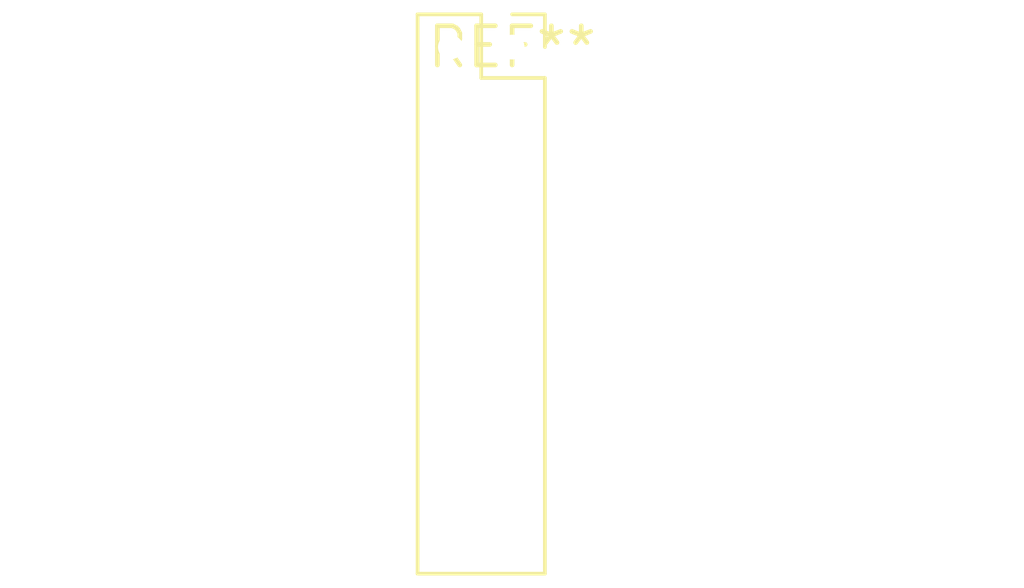
<source format=kicad_pcb>
(kicad_pcb (version 20240108) (generator pcbnew)
  (layers (0 "F.Cu" signal) (31 "B.Cu" signal) (34 "B.Paste" user) (35 "F.Paste" user) (36 "B.SilkS" user "B.Silkscreen") (37 "F.SilkS" user "F.Silkscreen") (38 "B.Mask" user) (39 "F.Mask" user) (44 "Edge.Cuts" user))
  (net 0 "")
  (footprint "PinSocket_2x09_P2.00mm_Vertical" (layer "F.Cu") (at 0 0)
    (property "Reference" "REF**")
    (property "Value" "PinSocket_2x09_P2.00mm_Vertical")
    (fp_line (start -3.06 -1.06) (end -3.06 17.06) (layer "F.SilkS") (stroke (width 0.12)))
    (fp_line (start -3.06 -1.06) (end -1 -1.06) (layer "F.SilkS") (stroke (width 0.12)))
    (fp_line (start -3.06 17.06) (end 1.06 17.06) (layer "F.SilkS") (stroke (width 0.12)))
    (fp_line (start -1 -1.06) (end -1 1) (layer "F.SilkS") (stroke (width 0.12)))
    (fp_line (start -1 1) (end 1.06 1) (layer "F.SilkS") (stroke (width 0.12)))
    (fp_line (start 0 -1.06) (end 1.06 -1.06) (layer "F.SilkS") (stroke (width 0.12)))
    (fp_line (start 1.06 -1.06) (end 1.06 0) (layer "F.SilkS") (stroke (width 0.12)))
    (fp_line (start 1.06 1) (end 1.06 17.06) (layer "F.SilkS") (stroke (width 0.12)))
    (pad "1" thru_hole rect (at 0 0) (size 1.35 1.35) (drill 0.8) (layers *.Cu *.Mask) (remove_unused_layers))
    (pad "2" thru_hole oval (at -2 0) (size 1.35 1.35) (drill 0.8) (layers *.Cu *.Mask) (remove_unused_layers))
    (pad "3" thru_hole oval (at 0 2) (size 1.35 1.35) (drill 0.8) (layers *.Cu *.Mask) (remove_unused_layers))
    (pad "4" thru_hole oval (at -2 2) (size 1.35 1.35) (drill 0.8) (layers *.Cu *.Mask) (remove_unused_layers))
    (pad "5" thru_hole oval (at 0 4) (size 1.35 1.35) (drill 0.8) (layers *.Cu *.Mask) (remove_unused_layers))
    (pad "6" thru_hole oval (at -2 4) (size 1.35 1.35) (drill 0.8) (layers *.Cu *.Mask) (remove_unused_layers))
    (pad "7" thru_hole oval (at 0 6) (size 1.35 1.35) (drill 0.8) (layers *.Cu *.Mask) (remove_unused_layers))
    (pad "8" thru_hole oval (at -2 6) (size 1.35 1.35) (drill 0.8) (layers *.Cu *.Mask) (remove_unused_layers))
    (pad "9" thru_hole oval (at 0 8) (size 1.35 1.35) (drill 0.8) (layers *.Cu *.Mask) (remove_unused_layers))
    (pad "10" thru_hole oval (at -2 8) (size 1.35 1.35) (drill 0.8) (layers *.Cu *.Mask) (remove_unused_layers))
    (pad "11" thru_hole oval (at 0 10) (size 1.35 1.35) (drill 0.8) (layers *.Cu *.Mask) (remove_unused_layers))
    (pad "12" thru_hole oval (at -2 10) (size 1.35 1.35) (drill 0.8) (layers *.Cu *.Mask) (remove_unused_layers))
    (pad "13" thru_hole oval (at 0 12) (size 1.35 1.35) (drill 0.8) (layers *.Cu *.Mask) (remove_unused_layers))
    (pad "14" thru_hole oval (at -2 12) (size 1.35 1.35) (drill 0.8) (layers *.Cu *.Mask) (remove_unused_layers))
    (pad "15" thru_hole oval (at 0 14) (size 1.35 1.35) (drill 0.8) (layers *.Cu *.Mask) (remove_unused_layers))
    (pad "16" thru_hole oval (at -2 14) (size 1.35 1.35) (drill 0.8) (layers *.Cu *.Mask) (remove_unused_layers))
    (pad "17" thru_hole oval (at 0 16) (size 1.35 1.35) (drill 0.8) (layers *.Cu *.Mask) (remove_unused_layers))
    (pad "18" thru_hole oval (at -2 16) (size 1.35 1.35) (drill 0.8) (layers *.Cu *.Mask) (remove_unused_layers))
  )
)
</source>
